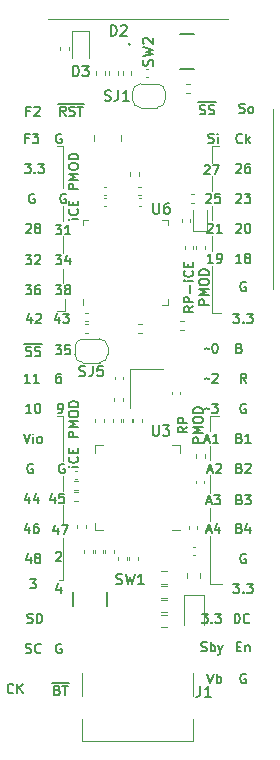
<source format=gbr>
G04 #@! TF.GenerationSoftware,KiCad,Pcbnew,(6.0.5)*
G04 #@! TF.CreationDate,2022-10-28T12:11:28-07:00*
G04 #@! TF.ProjectId,pico-ice,7069636f-2d69-4636-952e-6b696361645f,REV1*
G04 #@! TF.SameCoordinates,Original*
G04 #@! TF.FileFunction,Legend,Top*
G04 #@! TF.FilePolarity,Positive*
%FSLAX46Y46*%
G04 Gerber Fmt 4.6, Leading zero omitted, Abs format (unit mm)*
G04 Created by KiCad (PCBNEW (6.0.5)) date 2022-10-28 12:11:28*
%MOMM*%
%LPD*%
G01*
G04 APERTURE LIST*
%ADD10C,0.120000*%
%ADD11C,0.150000*%
%ADD12C,0.127000*%
%ADD13C,0.200000*%
G04 APERTURE END LIST*
D10*
X78648718Y-87003071D02*
X78648718Y-88273071D01*
X65694718Y-121166071D02*
X66075718Y-121166071D01*
X66075718Y-121166071D02*
X66075718Y-117610071D01*
X65567718Y-98433071D02*
X66202718Y-98433071D01*
X66075718Y-92083071D02*
X66075718Y-93480071D01*
X79283718Y-107323071D02*
X78521718Y-107323071D01*
X78521718Y-117483071D02*
X78521718Y-121547071D01*
X66075718Y-89543071D02*
X66075718Y-90813071D01*
X83820000Y-96520000D02*
X83820000Y-81280000D01*
X78521718Y-121547071D02*
X79537718Y-121547071D01*
X66075718Y-111133071D02*
X66075718Y-107323071D01*
X66075718Y-84463071D02*
X66075718Y-88019071D01*
X66202718Y-98433071D02*
X66202718Y-97417071D01*
X65567718Y-84463071D02*
X66075718Y-84463071D01*
X78648718Y-84463071D02*
X78648718Y-85860071D01*
X78648718Y-98560071D02*
X79410718Y-98560071D01*
X79283718Y-84463071D02*
X78648718Y-84463071D01*
X66075718Y-116340071D02*
X66075718Y-114816071D01*
X78648718Y-94623071D02*
X78648718Y-98560071D01*
X78521718Y-107323071D02*
X78521718Y-108593071D01*
X78521718Y-115070071D02*
X78521718Y-116213071D01*
X78521718Y-109863071D02*
X78521718Y-111006071D01*
X64770000Y-73660000D02*
X80010000Y-73660000D01*
X66075718Y-107323071D02*
X65567718Y-107323071D01*
X78648718Y-92083071D02*
X78648718Y-93353071D01*
X66075718Y-113673071D02*
X66075718Y-112403071D01*
X66075718Y-96020071D02*
X66075718Y-94877071D01*
X78521718Y-112276071D02*
X78521718Y-113800071D01*
X78648718Y-89543071D02*
X78648718Y-90686071D01*
D11*
X65720146Y-98896642D02*
X65720146Y-99429975D01*
X65529670Y-98591880D02*
X65339194Y-99163309D01*
X65834432Y-99163309D01*
X66063003Y-98629975D02*
X66558241Y-98629975D01*
X66291575Y-98934737D01*
X66405860Y-98934737D01*
X66482051Y-98972832D01*
X66520146Y-99010928D01*
X66558241Y-99087118D01*
X66558241Y-99277594D01*
X66520146Y-99353785D01*
X66482051Y-99391880D01*
X66405860Y-99429975D01*
X66177289Y-99429975D01*
X66101098Y-99391880D01*
X66063003Y-99353785D01*
X80979241Y-81611880D02*
X81093527Y-81649975D01*
X81284003Y-81649975D01*
X81360194Y-81611880D01*
X81398289Y-81573785D01*
X81436384Y-81497594D01*
X81436384Y-81421404D01*
X81398289Y-81345213D01*
X81360194Y-81307118D01*
X81284003Y-81269023D01*
X81131622Y-81230928D01*
X81055432Y-81192832D01*
X81017337Y-81154737D01*
X80979241Y-81078547D01*
X80979241Y-81002356D01*
X81017337Y-80926166D01*
X81055432Y-80888071D01*
X81131622Y-80849975D01*
X81322098Y-80849975D01*
X81436384Y-80888071D01*
X81893527Y-81649975D02*
X81817337Y-81611880D01*
X81779241Y-81573785D01*
X81741146Y-81497594D01*
X81741146Y-81269023D01*
X81779241Y-81192832D01*
X81817337Y-81154737D01*
X81893527Y-81116642D01*
X82007813Y-81116642D01*
X82084003Y-81154737D01*
X82122098Y-81192832D01*
X82160194Y-81269023D01*
X82160194Y-81497594D01*
X82122098Y-81573785D01*
X82084003Y-81611880D01*
X82007813Y-81649975D01*
X81893527Y-81649975D01*
X65116956Y-129900071D02*
X65916956Y-129900071D01*
X65574098Y-130506928D02*
X65688384Y-130545023D01*
X65726479Y-130583118D01*
X65764575Y-130659309D01*
X65764575Y-130773594D01*
X65726479Y-130849785D01*
X65688384Y-130887880D01*
X65612194Y-130925975D01*
X65307432Y-130925975D01*
X65307432Y-130125975D01*
X65574098Y-130125975D01*
X65650289Y-130164071D01*
X65688384Y-130202166D01*
X65726479Y-130278356D01*
X65726479Y-130354547D01*
X65688384Y-130430737D01*
X65650289Y-130468832D01*
X65574098Y-130506928D01*
X65307432Y-130506928D01*
X65916956Y-129900071D02*
X66526479Y-129900071D01*
X65993146Y-130125975D02*
X66450289Y-130125975D01*
X66221718Y-130925975D02*
X66221718Y-130125975D01*
X63383337Y-107049975D02*
X62926194Y-107049975D01*
X63154765Y-107049975D02*
X63154765Y-106249975D01*
X63078575Y-106364261D01*
X63002384Y-106440451D01*
X62926194Y-106478547D01*
X63878575Y-106249975D02*
X63954765Y-106249975D01*
X64030956Y-106288071D01*
X64069051Y-106326166D01*
X64107146Y-106402356D01*
X64145241Y-106554737D01*
X64145241Y-106745213D01*
X64107146Y-106897594D01*
X64069051Y-106973785D01*
X64030956Y-107011880D01*
X63954765Y-107049975D01*
X63878575Y-107049975D01*
X63802384Y-107011880D01*
X63764289Y-106973785D01*
X63726194Y-106897594D01*
X63688098Y-106745213D01*
X63688098Y-106554737D01*
X63726194Y-106402356D01*
X63764289Y-106326166D01*
X63802384Y-106288071D01*
X63878575Y-106249975D01*
X63370646Y-98896642D02*
X63370646Y-99429975D01*
X63180170Y-98591880D02*
X62989694Y-99163309D01*
X63484932Y-99163309D01*
X63751598Y-98706166D02*
X63789694Y-98668071D01*
X63865884Y-98629975D01*
X64056360Y-98629975D01*
X64132551Y-98668071D01*
X64170646Y-98706166D01*
X64208741Y-98782356D01*
X64208741Y-98858547D01*
X64170646Y-98972832D01*
X63713503Y-99429975D01*
X64208741Y-99429975D01*
X63256337Y-104509975D02*
X62799194Y-104509975D01*
X63027765Y-104509975D02*
X63027765Y-103709975D01*
X62951575Y-103824261D01*
X62875384Y-103900451D01*
X62799194Y-103938547D01*
X64018241Y-104509975D02*
X63561098Y-104509975D01*
X63789670Y-104509975D02*
X63789670Y-103709975D01*
X63713479Y-103824261D01*
X63637289Y-103900451D01*
X63561098Y-103938547D01*
X63034146Y-124791880D02*
X63148432Y-124829975D01*
X63338908Y-124829975D01*
X63415098Y-124791880D01*
X63453194Y-124753785D01*
X63491289Y-124677594D01*
X63491289Y-124601404D01*
X63453194Y-124525213D01*
X63415098Y-124487118D01*
X63338908Y-124449023D01*
X63186527Y-124410928D01*
X63110337Y-124372832D01*
X63072241Y-124334737D01*
X63034146Y-124258547D01*
X63034146Y-124182356D01*
X63072241Y-124106166D01*
X63110337Y-124068071D01*
X63186527Y-124029975D01*
X63377003Y-124029975D01*
X63491289Y-124068071D01*
X63834146Y-124829975D02*
X63834146Y-124029975D01*
X64024622Y-124029975D01*
X64138908Y-124068071D01*
X64215098Y-124144261D01*
X64253194Y-124220451D01*
X64291289Y-124372832D01*
X64291289Y-124487118D01*
X64253194Y-124639499D01*
X64215098Y-124715690D01*
X64138908Y-124791880D01*
X64024622Y-124829975D01*
X63834146Y-124829975D01*
X65428098Y-96216975D02*
X65923337Y-96216975D01*
X65656670Y-96521737D01*
X65770956Y-96521737D01*
X65847146Y-96559832D01*
X65885241Y-96597928D01*
X65923337Y-96674118D01*
X65923337Y-96864594D01*
X65885241Y-96940785D01*
X65847146Y-96978880D01*
X65770956Y-97016975D01*
X65542384Y-97016975D01*
X65466194Y-96978880D01*
X65428098Y-96940785D01*
X66380479Y-96559832D02*
X66304289Y-96521737D01*
X66266194Y-96483642D01*
X66228098Y-96407451D01*
X66228098Y-96369356D01*
X66266194Y-96293166D01*
X66304289Y-96255071D01*
X66380479Y-96216975D01*
X66532860Y-96216975D01*
X66609051Y-96255071D01*
X66647146Y-96293166D01*
X66685241Y-96369356D01*
X66685241Y-96407451D01*
X66647146Y-96483642D01*
X66609051Y-96521737D01*
X66532860Y-96559832D01*
X66380479Y-96559832D01*
X66304289Y-96597928D01*
X66266194Y-96636023D01*
X66228098Y-96712213D01*
X66228098Y-96864594D01*
X66266194Y-96940785D01*
X66304289Y-96978880D01*
X66380479Y-97016975D01*
X66532860Y-97016975D01*
X66609051Y-96978880D01*
X66647146Y-96940785D01*
X66685241Y-96864594D01*
X66685241Y-96712213D01*
X66647146Y-96636023D01*
X66609051Y-96597928D01*
X66532860Y-96559832D01*
X78331289Y-111901404D02*
X78712241Y-111901404D01*
X78255098Y-112129975D02*
X78521765Y-111329975D01*
X78788432Y-112129975D01*
X79017003Y-111406166D02*
X79055098Y-111368071D01*
X79131289Y-111329975D01*
X79321765Y-111329975D01*
X79397956Y-111368071D01*
X79436051Y-111406166D01*
X79474146Y-111482356D01*
X79474146Y-111558547D01*
X79436051Y-111672832D01*
X78978908Y-112129975D01*
X79474146Y-112129975D01*
X81239527Y-84113785D02*
X81201432Y-84151880D01*
X81087146Y-84189975D01*
X81010956Y-84189975D01*
X80896670Y-84151880D01*
X80820479Y-84075690D01*
X80782384Y-83999499D01*
X80744289Y-83847118D01*
X80744289Y-83732832D01*
X80782384Y-83580451D01*
X80820479Y-83504261D01*
X80896670Y-83428071D01*
X81010956Y-83389975D01*
X81087146Y-83389975D01*
X81201432Y-83428071D01*
X81239527Y-83466166D01*
X81582384Y-84189975D02*
X81582384Y-83389975D01*
X81658575Y-83885213D02*
X81887146Y-84189975D01*
X81887146Y-83656642D02*
X81582384Y-83961404D01*
X66285241Y-88508071D02*
X66209051Y-88469975D01*
X66094765Y-88469975D01*
X65980479Y-88508071D01*
X65904289Y-88584261D01*
X65866194Y-88660451D01*
X65828098Y-88812832D01*
X65828098Y-88927118D01*
X65866194Y-89079499D01*
X65904289Y-89155690D01*
X65980479Y-89231880D01*
X66094765Y-89269975D01*
X66170956Y-89269975D01*
X66285241Y-89231880D01*
X66323337Y-89193785D01*
X66323337Y-88927118D01*
X66170956Y-88927118D01*
X62888098Y-93676975D02*
X63383337Y-93676975D01*
X63116670Y-93981737D01*
X63230956Y-93981737D01*
X63307146Y-94019832D01*
X63345241Y-94057928D01*
X63383337Y-94134118D01*
X63383337Y-94324594D01*
X63345241Y-94400785D01*
X63307146Y-94438880D01*
X63230956Y-94476975D01*
X63002384Y-94476975D01*
X62926194Y-94438880D01*
X62888098Y-94400785D01*
X63688098Y-93753166D02*
X63726194Y-93715071D01*
X63802384Y-93676975D01*
X63992860Y-93676975D01*
X64069051Y-93715071D01*
X64107146Y-93753166D01*
X64145241Y-93829356D01*
X64145241Y-93905547D01*
X64107146Y-94019832D01*
X63650003Y-94476975D01*
X64145241Y-94476975D01*
X77810622Y-124029975D02*
X78305860Y-124029975D01*
X78039194Y-124334737D01*
X78153479Y-124334737D01*
X78229670Y-124372832D01*
X78267765Y-124410928D01*
X78305860Y-124487118D01*
X78305860Y-124677594D01*
X78267765Y-124753785D01*
X78229670Y-124791880D01*
X78153479Y-124829975D01*
X77924908Y-124829975D01*
X77848718Y-124791880D01*
X77810622Y-124753785D01*
X78648718Y-124753785D02*
X78686813Y-124791880D01*
X78648718Y-124829975D01*
X78610622Y-124791880D01*
X78648718Y-124753785D01*
X78648718Y-124829975D01*
X78953479Y-124029975D02*
X79448718Y-124029975D01*
X79182051Y-124334737D01*
X79296337Y-124334737D01*
X79372527Y-124372832D01*
X79410622Y-124410928D01*
X79448718Y-124487118D01*
X79448718Y-124677594D01*
X79410622Y-124753785D01*
X79372527Y-124791880D01*
X79296337Y-124829975D01*
X79067765Y-124829975D01*
X78991575Y-124791880D01*
X78953479Y-124753785D01*
X80706194Y-88546166D02*
X80744289Y-88508071D01*
X80820479Y-88469975D01*
X81010956Y-88469975D01*
X81087146Y-88508071D01*
X81125241Y-88546166D01*
X81163337Y-88622356D01*
X81163337Y-88698547D01*
X81125241Y-88812832D01*
X80668098Y-89269975D01*
X81163337Y-89269975D01*
X81430003Y-88469975D02*
X81925241Y-88469975D01*
X81658575Y-88774737D01*
X81772860Y-88774737D01*
X81849051Y-88812832D01*
X81887146Y-88850928D01*
X81925241Y-88927118D01*
X81925241Y-89117594D01*
X81887146Y-89193785D01*
X81849051Y-89231880D01*
X81772860Y-89269975D01*
X81544289Y-89269975D01*
X81468098Y-89231880D01*
X81430003Y-89193785D01*
X77096622Y-98001071D02*
X76715670Y-98267737D01*
X77096622Y-98458213D02*
X76296622Y-98458213D01*
X76296622Y-98153451D01*
X76334718Y-98077261D01*
X76372813Y-98039166D01*
X76449003Y-98001071D01*
X76563289Y-98001071D01*
X76639479Y-98039166D01*
X76677575Y-98077261D01*
X76715670Y-98153451D01*
X76715670Y-98458213D01*
X77096622Y-97658213D02*
X76296622Y-97658213D01*
X76296622Y-97353451D01*
X76334718Y-97277261D01*
X76372813Y-97239166D01*
X76449003Y-97201071D01*
X76563289Y-97201071D01*
X76639479Y-97239166D01*
X76677575Y-97277261D01*
X76715670Y-97353451D01*
X76715670Y-97658213D01*
X76791860Y-96858213D02*
X76791860Y-96248690D01*
X77096622Y-95867737D02*
X76563289Y-95867737D01*
X76296622Y-95867737D02*
X76334718Y-95905832D01*
X76372813Y-95867737D01*
X76334718Y-95829642D01*
X76296622Y-95867737D01*
X76372813Y-95867737D01*
X77020432Y-95029642D02*
X77058527Y-95067737D01*
X77096622Y-95182023D01*
X77096622Y-95258213D01*
X77058527Y-95372499D01*
X76982337Y-95448690D01*
X76906146Y-95486785D01*
X76753765Y-95524880D01*
X76639479Y-95524880D01*
X76487098Y-95486785D01*
X76410908Y-95448690D01*
X76334718Y-95372499D01*
X76296622Y-95258213D01*
X76296622Y-95182023D01*
X76334718Y-95067737D01*
X76372813Y-95029642D01*
X76677575Y-94686785D02*
X76677575Y-94420118D01*
X77096622Y-94305832D02*
X77096622Y-94686785D01*
X76296622Y-94686785D01*
X76296622Y-94305832D01*
X78384622Y-97886785D02*
X77584622Y-97886785D01*
X77584622Y-97582023D01*
X77622718Y-97505832D01*
X77660813Y-97467737D01*
X77737003Y-97429642D01*
X77851289Y-97429642D01*
X77927479Y-97467737D01*
X77965575Y-97505832D01*
X78003670Y-97582023D01*
X78003670Y-97886785D01*
X78384622Y-97086785D02*
X77584622Y-97086785D01*
X78156051Y-96820118D01*
X77584622Y-96553451D01*
X78384622Y-96553451D01*
X77584622Y-96020118D02*
X77584622Y-95867737D01*
X77622718Y-95791547D01*
X77698908Y-95715356D01*
X77851289Y-95677261D01*
X78117956Y-95677261D01*
X78270337Y-95715356D01*
X78346527Y-95791547D01*
X78384622Y-95867737D01*
X78384622Y-96020118D01*
X78346527Y-96096309D01*
X78270337Y-96172499D01*
X78117956Y-96210594D01*
X77851289Y-96210594D01*
X77698908Y-96172499D01*
X77622718Y-96096309D01*
X77584622Y-96020118D01*
X78384622Y-95334404D02*
X77584622Y-95334404D01*
X77584622Y-95143928D01*
X77622718Y-95029642D01*
X77698908Y-94953451D01*
X77775098Y-94915356D01*
X77927479Y-94877261D01*
X78041765Y-94877261D01*
X78194146Y-94915356D01*
X78270337Y-94953451D01*
X78346527Y-95029642D01*
X78384622Y-95143928D01*
X78384622Y-95334404D01*
X80991908Y-109170928D02*
X81106194Y-109209023D01*
X81144289Y-109247118D01*
X81182384Y-109323309D01*
X81182384Y-109437594D01*
X81144289Y-109513785D01*
X81106194Y-109551880D01*
X81030003Y-109589975D01*
X80725241Y-109589975D01*
X80725241Y-108789975D01*
X80991908Y-108789975D01*
X81068098Y-108828071D01*
X81106194Y-108866166D01*
X81144289Y-108942356D01*
X81144289Y-109018547D01*
X81106194Y-109094737D01*
X81068098Y-109132832D01*
X80991908Y-109170928D01*
X80725241Y-109170928D01*
X81944289Y-109589975D02*
X81487146Y-109589975D01*
X81715718Y-109589975D02*
X81715718Y-108789975D01*
X81639527Y-108904261D01*
X81563337Y-108980451D01*
X81487146Y-109018547D01*
X78204289Y-116981404D02*
X78585241Y-116981404D01*
X78128098Y-117209975D02*
X78394765Y-116409975D01*
X78661432Y-117209975D01*
X79270956Y-116676642D02*
X79270956Y-117209975D01*
X79080479Y-116371880D02*
X78890003Y-116943309D01*
X79385241Y-116943309D01*
X78356670Y-84151880D02*
X78470956Y-84189975D01*
X78661432Y-84189975D01*
X78737622Y-84151880D01*
X78775718Y-84113785D01*
X78813813Y-84037594D01*
X78813813Y-83961404D01*
X78775718Y-83885213D01*
X78737622Y-83847118D01*
X78661432Y-83809023D01*
X78509051Y-83770928D01*
X78432860Y-83732832D01*
X78394765Y-83694737D01*
X78356670Y-83618547D01*
X78356670Y-83542356D01*
X78394765Y-83466166D01*
X78432860Y-83428071D01*
X78509051Y-83389975D01*
X78699527Y-83389975D01*
X78813813Y-83428071D01*
X79156670Y-84189975D02*
X79156670Y-83656642D01*
X79156670Y-83389975D02*
X79118575Y-83428071D01*
X79156670Y-83466166D01*
X79194765Y-83428071D01*
X79156670Y-83389975D01*
X79156670Y-83466166D01*
X63491241Y-111368071D02*
X63415051Y-111329975D01*
X63300765Y-111329975D01*
X63186479Y-111368071D01*
X63110289Y-111444261D01*
X63072194Y-111520451D01*
X63034098Y-111672832D01*
X63034098Y-111787118D01*
X63072194Y-111939499D01*
X63110289Y-112015690D01*
X63186479Y-112091880D01*
X63300765Y-112129975D01*
X63376956Y-112129975D01*
X63491241Y-112091880D01*
X63529337Y-112053785D01*
X63529337Y-111787118D01*
X63376956Y-111787118D01*
X62773813Y-101198071D02*
X63535718Y-101198071D01*
X62926194Y-102185880D02*
X63040479Y-102223975D01*
X63230956Y-102223975D01*
X63307146Y-102185880D01*
X63345241Y-102147785D01*
X63383337Y-102071594D01*
X63383337Y-101995404D01*
X63345241Y-101919213D01*
X63307146Y-101881118D01*
X63230956Y-101843023D01*
X63078575Y-101804928D01*
X63002384Y-101766832D01*
X62964289Y-101728737D01*
X62926194Y-101652547D01*
X62926194Y-101576356D01*
X62964289Y-101500166D01*
X63002384Y-101462071D01*
X63078575Y-101423975D01*
X63269051Y-101423975D01*
X63383337Y-101462071D01*
X63535718Y-101198071D02*
X64297622Y-101198071D01*
X63688098Y-102185880D02*
X63802384Y-102223975D01*
X63992860Y-102223975D01*
X64069051Y-102185880D01*
X64107146Y-102147785D01*
X64145241Y-102071594D01*
X64145241Y-101995404D01*
X64107146Y-101919213D01*
X64069051Y-101881118D01*
X63992860Y-101843023D01*
X63840479Y-101804928D01*
X63764289Y-101766832D01*
X63726194Y-101728737D01*
X63688098Y-101652547D01*
X63688098Y-101576356D01*
X63726194Y-101500166D01*
X63764289Y-101462071D01*
X63840479Y-101423975D01*
X64030956Y-101423975D01*
X64145241Y-101462071D01*
X65593146Y-116803642D02*
X65593146Y-117336975D01*
X65402670Y-116498880D02*
X65212194Y-117070309D01*
X65707432Y-117070309D01*
X65936003Y-116536975D02*
X66469337Y-116536975D01*
X66126479Y-117336975D01*
X81525241Y-96001071D02*
X81449051Y-95962975D01*
X81334765Y-95962975D01*
X81220479Y-96001071D01*
X81144289Y-96077261D01*
X81106194Y-96153451D01*
X81068098Y-96305832D01*
X81068098Y-96420118D01*
X81106194Y-96572499D01*
X81144289Y-96648690D01*
X81220479Y-96724880D01*
X81334765Y-96762975D01*
X81410956Y-96762975D01*
X81525241Y-96724880D01*
X81563337Y-96686785D01*
X81563337Y-96420118D01*
X81410956Y-96420118D01*
X65625003Y-80878071D02*
X66425003Y-80878071D01*
X66272622Y-81903975D02*
X66005956Y-81523023D01*
X65815479Y-81903975D02*
X65815479Y-81103975D01*
X66120241Y-81103975D01*
X66196432Y-81142071D01*
X66234527Y-81180166D01*
X66272622Y-81256356D01*
X66272622Y-81370642D01*
X66234527Y-81446832D01*
X66196432Y-81484928D01*
X66120241Y-81523023D01*
X65815479Y-81523023D01*
X66425003Y-80878071D02*
X67186908Y-80878071D01*
X66577384Y-81865880D02*
X66691670Y-81903975D01*
X66882146Y-81903975D01*
X66958337Y-81865880D01*
X66996432Y-81827785D01*
X67034527Y-81751594D01*
X67034527Y-81675404D01*
X66996432Y-81599213D01*
X66958337Y-81561118D01*
X66882146Y-81523023D01*
X66729765Y-81484928D01*
X66653575Y-81446832D01*
X66615479Y-81408737D01*
X66577384Y-81332547D01*
X66577384Y-81256356D01*
X66615479Y-81180166D01*
X66653575Y-81142071D01*
X66729765Y-81103975D01*
X66920241Y-81103975D01*
X67034527Y-81142071D01*
X67186908Y-80878071D02*
X67796432Y-80878071D01*
X67263098Y-81103975D02*
X67720241Y-81103975D01*
X67491670Y-81903975D02*
X67491670Y-81103975D01*
X65904241Y-126608071D02*
X65828051Y-126569975D01*
X65713765Y-126569975D01*
X65599479Y-126608071D01*
X65523289Y-126684261D01*
X65485194Y-126760451D01*
X65447098Y-126912832D01*
X65447098Y-127027118D01*
X65485194Y-127179499D01*
X65523289Y-127255690D01*
X65599479Y-127331880D01*
X65713765Y-127369975D01*
X65789956Y-127369975D01*
X65904241Y-127331880D01*
X65942337Y-127293785D01*
X65942337Y-127027118D01*
X65789956Y-127027118D01*
X66158241Y-111368071D02*
X66082051Y-111329975D01*
X65967765Y-111329975D01*
X65853479Y-111368071D01*
X65777289Y-111444261D01*
X65739194Y-111520451D01*
X65701098Y-111672832D01*
X65701098Y-111787118D01*
X65739194Y-111939499D01*
X65777289Y-112015690D01*
X65853479Y-112091880D01*
X65967765Y-112129975D01*
X66043956Y-112129975D01*
X66158241Y-112091880D01*
X66196337Y-112053785D01*
X66196337Y-111787118D01*
X66043956Y-111787118D01*
X63307146Y-119216642D02*
X63307146Y-119749975D01*
X63116670Y-118911880D02*
X62926194Y-119483309D01*
X63421432Y-119483309D01*
X63840479Y-119292832D02*
X63764289Y-119254737D01*
X63726194Y-119216642D01*
X63688098Y-119140451D01*
X63688098Y-119102356D01*
X63726194Y-119026166D01*
X63764289Y-118988071D01*
X63840479Y-118949975D01*
X63992860Y-118949975D01*
X64069051Y-118988071D01*
X64107146Y-119026166D01*
X64145241Y-119102356D01*
X64145241Y-119140451D01*
X64107146Y-119216642D01*
X64069051Y-119254737D01*
X63992860Y-119292832D01*
X63840479Y-119292832D01*
X63764289Y-119330928D01*
X63726194Y-119369023D01*
X63688098Y-119445213D01*
X63688098Y-119597594D01*
X63726194Y-119673785D01*
X63764289Y-119711880D01*
X63840479Y-119749975D01*
X63992860Y-119749975D01*
X64069051Y-119711880D01*
X64107146Y-119673785D01*
X64145241Y-119597594D01*
X64145241Y-119445213D01*
X64107146Y-119369023D01*
X64069051Y-119330928D01*
X63992860Y-119292832D01*
X78293194Y-91086166D02*
X78331289Y-91048071D01*
X78407479Y-91009975D01*
X78597956Y-91009975D01*
X78674146Y-91048071D01*
X78712241Y-91086166D01*
X78750337Y-91162356D01*
X78750337Y-91238547D01*
X78712241Y-91352832D01*
X78255098Y-91809975D01*
X78750337Y-91809975D01*
X79512241Y-91809975D02*
X79055098Y-91809975D01*
X79283670Y-91809975D02*
X79283670Y-91009975D01*
X79207479Y-91124261D01*
X79131289Y-91200451D01*
X79055098Y-91238547D01*
X62926194Y-91086166D02*
X62964289Y-91048071D01*
X63040479Y-91009975D01*
X63230956Y-91009975D01*
X63307146Y-91048071D01*
X63345241Y-91086166D01*
X63383337Y-91162356D01*
X63383337Y-91238547D01*
X63345241Y-91352832D01*
X62888098Y-91809975D01*
X63383337Y-91809975D01*
X63840479Y-91352832D02*
X63764289Y-91314737D01*
X63726194Y-91276642D01*
X63688098Y-91200451D01*
X63688098Y-91162356D01*
X63726194Y-91086166D01*
X63764289Y-91048071D01*
X63840479Y-91009975D01*
X63992860Y-91009975D01*
X64069051Y-91048071D01*
X64107146Y-91086166D01*
X64145241Y-91162356D01*
X64145241Y-91200451D01*
X64107146Y-91276642D01*
X64069051Y-91314737D01*
X63992860Y-91352832D01*
X63840479Y-91352832D01*
X63764289Y-91390928D01*
X63726194Y-91429023D01*
X63688098Y-91505213D01*
X63688098Y-91657594D01*
X63726194Y-91733785D01*
X63764289Y-91771880D01*
X63840479Y-91809975D01*
X63992860Y-91809975D01*
X64069051Y-91771880D01*
X64107146Y-91733785D01*
X64145241Y-91657594D01*
X64145241Y-91505213D01*
X64107146Y-91429023D01*
X64069051Y-91390928D01*
X63992860Y-91352832D01*
X78274146Y-129109975D02*
X78540813Y-129909975D01*
X78807479Y-129109975D01*
X79074146Y-129909975D02*
X79074146Y-129109975D01*
X79074146Y-129414737D02*
X79150337Y-129376642D01*
X79302718Y-129376642D01*
X79378908Y-129414737D01*
X79417003Y-129452832D01*
X79455098Y-129529023D01*
X79455098Y-129757594D01*
X79417003Y-129833785D01*
X79378908Y-129871880D01*
X79302718Y-129909975D01*
X79150337Y-129909975D01*
X79074146Y-129871880D01*
X78077289Y-109361404D02*
X78458241Y-109361404D01*
X78001098Y-109589975D02*
X78267765Y-108789975D01*
X78534432Y-109589975D01*
X79220146Y-109589975D02*
X78763003Y-109589975D01*
X78991575Y-109589975D02*
X78991575Y-108789975D01*
X78915384Y-108904261D01*
X78839194Y-108980451D01*
X78763003Y-109018547D01*
X63269051Y-121108975D02*
X63764289Y-121108975D01*
X63497622Y-121413737D01*
X63611908Y-121413737D01*
X63688098Y-121451832D01*
X63726194Y-121489928D01*
X63764289Y-121566118D01*
X63764289Y-121756594D01*
X63726194Y-121832785D01*
X63688098Y-121870880D01*
X63611908Y-121908975D01*
X63383337Y-121908975D01*
X63307146Y-121870880D01*
X63269051Y-121832785D01*
X65466146Y-118899166D02*
X65504241Y-118861071D01*
X65580432Y-118822975D01*
X65770908Y-118822975D01*
X65847098Y-118861071D01*
X65885194Y-118899166D01*
X65923289Y-118975356D01*
X65923289Y-119051547D01*
X65885194Y-119165832D01*
X65428051Y-119622975D01*
X65923289Y-119622975D01*
X65428098Y-93676975D02*
X65923337Y-93676975D01*
X65656670Y-93981737D01*
X65770956Y-93981737D01*
X65847146Y-94019832D01*
X65885241Y-94057928D01*
X65923337Y-94134118D01*
X65923337Y-94324594D01*
X65885241Y-94400785D01*
X65847146Y-94438880D01*
X65770956Y-94476975D01*
X65542384Y-94476975D01*
X65466194Y-94438880D01*
X65428098Y-94400785D01*
X66609051Y-93943642D02*
X66609051Y-94476975D01*
X66418575Y-93638880D02*
X66228098Y-94210309D01*
X66723337Y-94210309D01*
X78166194Y-88546166D02*
X78204289Y-88508071D01*
X78280479Y-88469975D01*
X78470956Y-88469975D01*
X78547146Y-88508071D01*
X78585241Y-88546166D01*
X78623337Y-88622356D01*
X78623337Y-88698547D01*
X78585241Y-88812832D01*
X78128098Y-89269975D01*
X78623337Y-89269975D01*
X79347146Y-88469975D02*
X78966194Y-88469975D01*
X78928098Y-88850928D01*
X78966194Y-88812832D01*
X79042384Y-88774737D01*
X79232860Y-88774737D01*
X79309051Y-88812832D01*
X79347146Y-88850928D01*
X79385241Y-88927118D01*
X79385241Y-89117594D01*
X79347146Y-89193785D01*
X79309051Y-89231880D01*
X79232860Y-89269975D01*
X79042384Y-89269975D01*
X78966194Y-89231880D01*
X78928098Y-89193785D01*
X67326622Y-90634928D02*
X66793289Y-90634928D01*
X66526622Y-90634928D02*
X66564718Y-90673023D01*
X66602813Y-90634928D01*
X66564718Y-90596832D01*
X66526622Y-90634928D01*
X66602813Y-90634928D01*
X67250432Y-89796832D02*
X67288527Y-89834928D01*
X67326622Y-89949213D01*
X67326622Y-90025404D01*
X67288527Y-90139690D01*
X67212337Y-90215880D01*
X67136146Y-90253975D01*
X66983765Y-90292071D01*
X66869479Y-90292071D01*
X66717098Y-90253975D01*
X66640908Y-90215880D01*
X66564718Y-90139690D01*
X66526622Y-90025404D01*
X66526622Y-89949213D01*
X66564718Y-89834928D01*
X66602813Y-89796832D01*
X66907575Y-89453975D02*
X66907575Y-89187309D01*
X67326622Y-89073023D02*
X67326622Y-89453975D01*
X66526622Y-89453975D01*
X66526622Y-89073023D01*
X67326622Y-88120642D02*
X66526622Y-88120642D01*
X66526622Y-87815880D01*
X66564718Y-87739690D01*
X66602813Y-87701594D01*
X66679003Y-87663499D01*
X66793289Y-87663499D01*
X66869479Y-87701594D01*
X66907575Y-87739690D01*
X66945670Y-87815880D01*
X66945670Y-88120642D01*
X67326622Y-87320642D02*
X66526622Y-87320642D01*
X67098051Y-87053975D01*
X66526622Y-86787309D01*
X67326622Y-86787309D01*
X66526622Y-86253975D02*
X66526622Y-86101594D01*
X66564718Y-86025404D01*
X66640908Y-85949213D01*
X66793289Y-85911118D01*
X67059956Y-85911118D01*
X67212337Y-85949213D01*
X67288527Y-86025404D01*
X67326622Y-86101594D01*
X67326622Y-86253975D01*
X67288527Y-86330166D01*
X67212337Y-86406356D01*
X67059956Y-86444451D01*
X66793289Y-86444451D01*
X66640908Y-86406356D01*
X66564718Y-86330166D01*
X66526622Y-86253975D01*
X67326622Y-85568261D02*
X66526622Y-85568261D01*
X66526622Y-85377785D01*
X66564718Y-85263499D01*
X66640908Y-85187309D01*
X66717098Y-85149213D01*
X66869479Y-85111118D01*
X66983765Y-85111118D01*
X67136146Y-85149213D01*
X67212337Y-85187309D01*
X67288527Y-85263499D01*
X67326622Y-85377785D01*
X67326622Y-85568261D01*
X78204289Y-114568404D02*
X78585241Y-114568404D01*
X78128098Y-114796975D02*
X78394765Y-113996975D01*
X78661432Y-114796975D01*
X78851908Y-113996975D02*
X79347146Y-113996975D01*
X79080479Y-114301737D01*
X79194765Y-114301737D01*
X79270956Y-114339832D01*
X79309051Y-114377928D01*
X79347146Y-114454118D01*
X79347146Y-114644594D01*
X79309051Y-114720785D01*
X79270956Y-114758880D01*
X79194765Y-114796975D01*
X78966194Y-114796975D01*
X78890003Y-114758880D01*
X78851908Y-114720785D01*
X65428098Y-101296975D02*
X65923337Y-101296975D01*
X65656670Y-101601737D01*
X65770956Y-101601737D01*
X65847146Y-101639832D01*
X65885241Y-101677928D01*
X65923337Y-101754118D01*
X65923337Y-101944594D01*
X65885241Y-102020785D01*
X65847146Y-102058880D01*
X65770956Y-102096975D01*
X65542384Y-102096975D01*
X65466194Y-102058880D01*
X65428098Y-102020785D01*
X66647146Y-101296975D02*
X66266194Y-101296975D01*
X66228098Y-101677928D01*
X66266194Y-101639832D01*
X66342384Y-101601737D01*
X66532860Y-101601737D01*
X66609051Y-101639832D01*
X66647146Y-101677928D01*
X66685241Y-101754118D01*
X66685241Y-101944594D01*
X66647146Y-102020785D01*
X66609051Y-102058880D01*
X66532860Y-102096975D01*
X66342384Y-102096975D01*
X66266194Y-102058880D01*
X66228098Y-102020785D01*
X81525241Y-106288071D02*
X81449051Y-106249975D01*
X81334765Y-106249975D01*
X81220479Y-106288071D01*
X81144289Y-106364261D01*
X81106194Y-106440451D01*
X81068098Y-106592832D01*
X81068098Y-106707118D01*
X81106194Y-106859499D01*
X81144289Y-106935690D01*
X81220479Y-107011880D01*
X81334765Y-107049975D01*
X81410956Y-107049975D01*
X81525241Y-107011880D01*
X81563337Y-106973785D01*
X81563337Y-106707118D01*
X81410956Y-106707118D01*
X63180146Y-116676642D02*
X63180146Y-117209975D01*
X62989670Y-116371880D02*
X62799194Y-116943309D01*
X63294432Y-116943309D01*
X63942051Y-116409975D02*
X63789670Y-116409975D01*
X63713479Y-116448071D01*
X63675384Y-116486166D01*
X63599194Y-116600451D01*
X63561098Y-116752832D01*
X63561098Y-117057594D01*
X63599194Y-117133785D01*
X63637289Y-117171880D01*
X63713479Y-117209975D01*
X63865860Y-117209975D01*
X63942051Y-117171880D01*
X63980146Y-117133785D01*
X64018241Y-117057594D01*
X64018241Y-116867118D01*
X63980146Y-116790928D01*
X63942051Y-116752832D01*
X63865860Y-116714737D01*
X63713479Y-116714737D01*
X63637289Y-116752832D01*
X63599194Y-116790928D01*
X63561098Y-116867118D01*
X81563337Y-104509975D02*
X81296670Y-104129023D01*
X81106194Y-104509975D02*
X81106194Y-103709975D01*
X81410956Y-103709975D01*
X81487146Y-103748071D01*
X81525241Y-103786166D01*
X81563337Y-103862356D01*
X81563337Y-103976642D01*
X81525241Y-104052832D01*
X81487146Y-104090928D01*
X81410956Y-104129023D01*
X81106194Y-104129023D01*
X80706194Y-86006166D02*
X80744289Y-85968071D01*
X80820479Y-85929975D01*
X81010956Y-85929975D01*
X81087146Y-85968071D01*
X81125241Y-86006166D01*
X81163337Y-86082356D01*
X81163337Y-86158547D01*
X81125241Y-86272832D01*
X80668098Y-86729975D01*
X81163337Y-86729975D01*
X81849051Y-85929975D02*
X81696670Y-85929975D01*
X81620479Y-85968071D01*
X81582384Y-86006166D01*
X81506194Y-86120451D01*
X81468098Y-86272832D01*
X81468098Y-86577594D01*
X81506194Y-86653785D01*
X81544289Y-86691880D01*
X81620479Y-86729975D01*
X81772860Y-86729975D01*
X81849051Y-86691880D01*
X81887146Y-86653785D01*
X81925241Y-86577594D01*
X81925241Y-86387118D01*
X81887146Y-86310928D01*
X81849051Y-86272832D01*
X81772860Y-86234737D01*
X81620479Y-86234737D01*
X81544289Y-86272832D01*
X81506194Y-86310928D01*
X81468098Y-86387118D01*
X65904241Y-83428071D02*
X65828051Y-83389975D01*
X65713765Y-83389975D01*
X65599479Y-83428071D01*
X65523289Y-83504261D01*
X65485194Y-83580451D01*
X65447098Y-83732832D01*
X65447098Y-83847118D01*
X65485194Y-83999499D01*
X65523289Y-84075690D01*
X65599479Y-84151880D01*
X65713765Y-84189975D01*
X65789956Y-84189975D01*
X65904241Y-84151880D01*
X65942337Y-84113785D01*
X65942337Y-83847118D01*
X65789956Y-83847118D01*
X77753479Y-127204880D02*
X77867765Y-127242975D01*
X78058241Y-127242975D01*
X78134432Y-127204880D01*
X78172527Y-127166785D01*
X78210622Y-127090594D01*
X78210622Y-127014404D01*
X78172527Y-126938213D01*
X78134432Y-126900118D01*
X78058241Y-126862023D01*
X77905860Y-126823928D01*
X77829670Y-126785832D01*
X77791575Y-126747737D01*
X77753479Y-126671547D01*
X77753479Y-126595356D01*
X77791575Y-126519166D01*
X77829670Y-126481071D01*
X77905860Y-126442975D01*
X78096337Y-126442975D01*
X78210622Y-126481071D01*
X78553479Y-127242975D02*
X78553479Y-126442975D01*
X78553479Y-126747737D02*
X78629670Y-126709642D01*
X78782051Y-126709642D01*
X78858241Y-126747737D01*
X78896337Y-126785832D01*
X78934432Y-126862023D01*
X78934432Y-127090594D01*
X78896337Y-127166785D01*
X78858241Y-127204880D01*
X78782051Y-127242975D01*
X78629670Y-127242975D01*
X78553479Y-127204880D01*
X79201098Y-126709642D02*
X79391575Y-127242975D01*
X79582051Y-126709642D02*
X79391575Y-127242975D01*
X79315384Y-127433451D01*
X79277289Y-127471547D01*
X79201098Y-127509642D01*
X78058241Y-101665213D02*
X78096337Y-101627118D01*
X78172527Y-101589023D01*
X78324908Y-101665213D01*
X78401098Y-101627118D01*
X78439194Y-101589023D01*
X78896337Y-101169975D02*
X78972527Y-101169975D01*
X79048718Y-101208071D01*
X79086813Y-101246166D01*
X79124908Y-101322356D01*
X79163003Y-101474737D01*
X79163003Y-101665213D01*
X79124908Y-101817594D01*
X79086813Y-101893785D01*
X79048718Y-101931880D01*
X78972527Y-101969975D01*
X78896337Y-101969975D01*
X78820146Y-101931880D01*
X78782051Y-101893785D01*
X78743956Y-101817594D01*
X78705860Y-101665213D01*
X78705860Y-101474737D01*
X78743956Y-101322356D01*
X78782051Y-101246166D01*
X78820146Y-101208071D01*
X78896337Y-101169975D01*
X80782384Y-126823928D02*
X81049051Y-126823928D01*
X81163337Y-127242975D02*
X80782384Y-127242975D01*
X80782384Y-126442975D01*
X81163337Y-126442975D01*
X81506194Y-126709642D02*
X81506194Y-127242975D01*
X81506194Y-126785832D02*
X81544289Y-126747737D01*
X81620479Y-126709642D01*
X81734765Y-126709642D01*
X81810956Y-126747737D01*
X81849051Y-126823928D01*
X81849051Y-127242975D01*
X81525241Y-118988071D02*
X81449051Y-118949975D01*
X81334765Y-118949975D01*
X81220479Y-118988071D01*
X81144289Y-119064261D01*
X81106194Y-119140451D01*
X81068098Y-119292832D01*
X81068098Y-119407118D01*
X81106194Y-119559499D01*
X81144289Y-119635690D01*
X81220479Y-119711880D01*
X81334765Y-119749975D01*
X81410956Y-119749975D01*
X81525241Y-119711880D01*
X81563337Y-119673785D01*
X81563337Y-119407118D01*
X81410956Y-119407118D01*
X80579194Y-124829975D02*
X80579194Y-124029975D01*
X80769670Y-124029975D01*
X80883956Y-124068071D01*
X80960146Y-124144261D01*
X80998241Y-124220451D01*
X81036337Y-124372832D01*
X81036337Y-124487118D01*
X80998241Y-124639499D01*
X80960146Y-124715690D01*
X80883956Y-124791880D01*
X80769670Y-124829975D01*
X80579194Y-124829975D01*
X81836337Y-124753785D02*
X81798241Y-124791880D01*
X81683956Y-124829975D01*
X81607765Y-124829975D01*
X81493479Y-124791880D01*
X81417289Y-124715690D01*
X81379194Y-124639499D01*
X81341098Y-124487118D01*
X81341098Y-124372832D01*
X81379194Y-124220451D01*
X81417289Y-124144261D01*
X81493479Y-124068071D01*
X81607765Y-124029975D01*
X81683956Y-124029975D01*
X81798241Y-124068071D01*
X81836337Y-124106166D01*
X63142051Y-83770928D02*
X62875384Y-83770928D01*
X62875384Y-84189975D02*
X62875384Y-83389975D01*
X63256337Y-83389975D01*
X63484908Y-83389975D02*
X63980146Y-83389975D01*
X63713479Y-83694737D01*
X63827765Y-83694737D01*
X63903956Y-83732832D01*
X63942051Y-83770928D01*
X63980146Y-83847118D01*
X63980146Y-84037594D01*
X63942051Y-84113785D01*
X63903956Y-84151880D01*
X63827765Y-84189975D01*
X63599194Y-84189975D01*
X63523003Y-84151880D01*
X63484908Y-84113785D01*
X63618241Y-88508071D02*
X63542051Y-88469975D01*
X63427765Y-88469975D01*
X63313479Y-88508071D01*
X63237289Y-88584261D01*
X63199194Y-88660451D01*
X63161098Y-88812832D01*
X63161098Y-88927118D01*
X63199194Y-89079499D01*
X63237289Y-89155690D01*
X63313479Y-89231880D01*
X63427765Y-89269975D01*
X63503956Y-89269975D01*
X63618241Y-89231880D01*
X63656337Y-89193785D01*
X63656337Y-88927118D01*
X63503956Y-88927118D01*
X65847098Y-103709975D02*
X65694718Y-103709975D01*
X65618527Y-103748071D01*
X65580432Y-103786166D01*
X65504241Y-103900451D01*
X65466146Y-104052832D01*
X65466146Y-104357594D01*
X65504241Y-104433785D01*
X65542337Y-104471880D01*
X65618527Y-104509975D01*
X65770908Y-104509975D01*
X65847098Y-104471880D01*
X65885194Y-104433785D01*
X65923289Y-104357594D01*
X65923289Y-104167118D01*
X65885194Y-104090928D01*
X65847098Y-104052832D01*
X65770908Y-104014737D01*
X65618527Y-104014737D01*
X65542337Y-104052832D01*
X65504241Y-104090928D01*
X65466146Y-104167118D01*
X80991860Y-101550928D02*
X81106146Y-101589023D01*
X81144241Y-101627118D01*
X81182337Y-101703309D01*
X81182337Y-101817594D01*
X81144241Y-101893785D01*
X81106146Y-101931880D01*
X81029956Y-101969975D01*
X80725194Y-101969975D01*
X80725194Y-101169975D01*
X80991860Y-101169975D01*
X81068051Y-101208071D01*
X81106146Y-101246166D01*
X81144241Y-101322356D01*
X81144241Y-101398547D01*
X81106146Y-101474737D01*
X81068051Y-101512832D01*
X80991860Y-101550928D01*
X80725194Y-101550928D01*
X78058241Y-106745213D02*
X78096337Y-106707118D01*
X78172527Y-106669023D01*
X78324908Y-106745213D01*
X78401098Y-106707118D01*
X78439194Y-106669023D01*
X78667765Y-106249975D02*
X79163003Y-106249975D01*
X78896337Y-106554737D01*
X79010622Y-106554737D01*
X79086813Y-106592832D01*
X79124908Y-106630928D01*
X79163003Y-106707118D01*
X79163003Y-106897594D01*
X79124908Y-106973785D01*
X79086813Y-107011880D01*
X79010622Y-107049975D01*
X78782051Y-107049975D01*
X78705860Y-107011880D01*
X78667765Y-106973785D01*
X65339146Y-114136642D02*
X65339146Y-114669975D01*
X65148670Y-113831880D02*
X64958194Y-114403309D01*
X65453432Y-114403309D01*
X66139146Y-113869975D02*
X65758194Y-113869975D01*
X65720098Y-114250928D01*
X65758194Y-114212832D01*
X65834384Y-114174737D01*
X66024860Y-114174737D01*
X66101051Y-114212832D01*
X66139146Y-114250928D01*
X66177241Y-114327118D01*
X66177241Y-114517594D01*
X66139146Y-114593785D01*
X66101051Y-114631880D01*
X66024860Y-114669975D01*
X65834384Y-114669975D01*
X65758194Y-114631880D01*
X65720098Y-114593785D01*
X81525241Y-129148071D02*
X81449051Y-129109975D01*
X81334765Y-129109975D01*
X81220479Y-129148071D01*
X81144289Y-129224261D01*
X81106194Y-129300451D01*
X81068098Y-129452832D01*
X81068098Y-129567118D01*
X81106194Y-129719499D01*
X81144289Y-129795690D01*
X81220479Y-129871880D01*
X81334765Y-129909975D01*
X81410956Y-129909975D01*
X81525241Y-129871880D01*
X81563337Y-129833785D01*
X81563337Y-129567118D01*
X81410956Y-129567118D01*
X78750337Y-94349975D02*
X78293194Y-94349975D01*
X78521765Y-94349975D02*
X78521765Y-93549975D01*
X78445575Y-93664261D01*
X78369384Y-93740451D01*
X78293194Y-93778547D01*
X79131289Y-94349975D02*
X79283670Y-94349975D01*
X79359860Y-94311880D01*
X79397956Y-94273785D01*
X79474146Y-94159499D01*
X79512241Y-94007118D01*
X79512241Y-93702356D01*
X79474146Y-93626166D01*
X79436051Y-93588071D01*
X79359860Y-93549975D01*
X79207479Y-93549975D01*
X79131289Y-93588071D01*
X79093194Y-93626166D01*
X79055098Y-93702356D01*
X79055098Y-93892832D01*
X79093194Y-93969023D01*
X79131289Y-94007118D01*
X79207479Y-94045213D01*
X79359860Y-94045213D01*
X79436051Y-94007118D01*
X79474146Y-93969023D01*
X79512241Y-93892832D01*
X78039194Y-86133166D02*
X78077289Y-86095071D01*
X78153479Y-86056975D01*
X78343956Y-86056975D01*
X78420146Y-86095071D01*
X78458241Y-86133166D01*
X78496337Y-86209356D01*
X78496337Y-86285547D01*
X78458241Y-86399832D01*
X78001098Y-86856975D01*
X78496337Y-86856975D01*
X78763003Y-86056975D02*
X79296337Y-86056975D01*
X78953479Y-86856975D01*
X62888098Y-96216975D02*
X63383337Y-96216975D01*
X63116670Y-96521737D01*
X63230956Y-96521737D01*
X63307146Y-96559832D01*
X63345241Y-96597928D01*
X63383337Y-96674118D01*
X63383337Y-96864594D01*
X63345241Y-96940785D01*
X63307146Y-96978880D01*
X63230956Y-97016975D01*
X63002384Y-97016975D01*
X62926194Y-96978880D01*
X62888098Y-96940785D01*
X64069051Y-96216975D02*
X63916670Y-96216975D01*
X63840479Y-96255071D01*
X63802384Y-96293166D01*
X63726194Y-96407451D01*
X63688098Y-96559832D01*
X63688098Y-96864594D01*
X63726194Y-96940785D01*
X63764289Y-96978880D01*
X63840479Y-97016975D01*
X63992860Y-97016975D01*
X64069051Y-96978880D01*
X64107146Y-96940785D01*
X64145241Y-96864594D01*
X64145241Y-96674118D01*
X64107146Y-96597928D01*
X64069051Y-96559832D01*
X63992860Y-96521737D01*
X63840479Y-96521737D01*
X63764289Y-96559832D01*
X63726194Y-96597928D01*
X63688098Y-96674118D01*
X81163337Y-94349975D02*
X80706194Y-94349975D01*
X80934765Y-94349975D02*
X80934765Y-93549975D01*
X80858575Y-93664261D01*
X80782384Y-93740451D01*
X80706194Y-93778547D01*
X81620479Y-93892832D02*
X81544289Y-93854737D01*
X81506194Y-93816642D01*
X81468098Y-93740451D01*
X81468098Y-93702356D01*
X81506194Y-93626166D01*
X81544289Y-93588071D01*
X81620479Y-93549975D01*
X81772860Y-93549975D01*
X81849051Y-93588071D01*
X81887146Y-93626166D01*
X81925241Y-93702356D01*
X81925241Y-93740451D01*
X81887146Y-93816642D01*
X81849051Y-93854737D01*
X81772860Y-93892832D01*
X81620479Y-93892832D01*
X81544289Y-93930928D01*
X81506194Y-93969023D01*
X81468098Y-94045213D01*
X81468098Y-94197594D01*
X81506194Y-94273785D01*
X81544289Y-94311880D01*
X81620479Y-94349975D01*
X81772860Y-94349975D01*
X81849051Y-94311880D01*
X81887146Y-94273785D01*
X81925241Y-94197594D01*
X81925241Y-94045213D01*
X81887146Y-93969023D01*
X81849051Y-93930928D01*
X81772860Y-93892832D01*
X80991908Y-116790928D02*
X81106194Y-116829023D01*
X81144289Y-116867118D01*
X81182384Y-116943309D01*
X81182384Y-117057594D01*
X81144289Y-117133785D01*
X81106194Y-117171880D01*
X81030003Y-117209975D01*
X80725241Y-117209975D01*
X80725241Y-116409975D01*
X80991908Y-116409975D01*
X81068098Y-116448071D01*
X81106194Y-116486166D01*
X81144289Y-116562356D01*
X81144289Y-116638547D01*
X81106194Y-116714737D01*
X81068098Y-116752832D01*
X80991908Y-116790928D01*
X80725241Y-116790928D01*
X81868098Y-116676642D02*
X81868098Y-117209975D01*
X81677622Y-116371880D02*
X81487146Y-116943309D01*
X81982384Y-116943309D01*
X80991908Y-111710928D02*
X81106194Y-111749023D01*
X81144289Y-111787118D01*
X81182384Y-111863309D01*
X81182384Y-111977594D01*
X81144289Y-112053785D01*
X81106194Y-112091880D01*
X81030003Y-112129975D01*
X80725241Y-112129975D01*
X80725241Y-111329975D01*
X80991908Y-111329975D01*
X81068098Y-111368071D01*
X81106194Y-111406166D01*
X81144289Y-111482356D01*
X81144289Y-111558547D01*
X81106194Y-111634737D01*
X81068098Y-111672832D01*
X80991908Y-111710928D01*
X80725241Y-111710928D01*
X81487146Y-111406166D02*
X81525241Y-111368071D01*
X81601432Y-111329975D01*
X81791908Y-111329975D01*
X81868098Y-111368071D01*
X81906194Y-111406166D01*
X81944289Y-111482356D01*
X81944289Y-111558547D01*
X81906194Y-111672832D01*
X81449051Y-112129975D01*
X81944289Y-112129975D01*
X80477622Y-121489975D02*
X80972860Y-121489975D01*
X80706194Y-121794737D01*
X80820479Y-121794737D01*
X80896670Y-121832832D01*
X80934765Y-121870928D01*
X80972860Y-121947118D01*
X80972860Y-122137594D01*
X80934765Y-122213785D01*
X80896670Y-122251880D01*
X80820479Y-122289975D01*
X80591908Y-122289975D01*
X80515718Y-122251880D01*
X80477622Y-122213785D01*
X81315718Y-122213785D02*
X81353813Y-122251880D01*
X81315718Y-122289975D01*
X81277622Y-122251880D01*
X81315718Y-122213785D01*
X81315718Y-122289975D01*
X81620479Y-121489975D02*
X82115718Y-121489975D01*
X81849051Y-121794737D01*
X81963337Y-121794737D01*
X82039527Y-121832832D01*
X82077622Y-121870928D01*
X82115718Y-121947118D01*
X82115718Y-122137594D01*
X82077622Y-122213785D01*
X82039527Y-122251880D01*
X81963337Y-122289975D01*
X81734765Y-122289975D01*
X81658575Y-122251880D01*
X81620479Y-122213785D01*
X67326622Y-111589928D02*
X66793289Y-111589928D01*
X66526622Y-111589928D02*
X66564718Y-111628023D01*
X66602813Y-111589928D01*
X66564718Y-111551832D01*
X66526622Y-111589928D01*
X66602813Y-111589928D01*
X67250432Y-110751832D02*
X67288527Y-110789928D01*
X67326622Y-110904213D01*
X67326622Y-110980404D01*
X67288527Y-111094690D01*
X67212337Y-111170880D01*
X67136146Y-111208975D01*
X66983765Y-111247071D01*
X66869479Y-111247071D01*
X66717098Y-111208975D01*
X66640908Y-111170880D01*
X66564718Y-111094690D01*
X66526622Y-110980404D01*
X66526622Y-110904213D01*
X66564718Y-110789928D01*
X66602813Y-110751832D01*
X66907575Y-110408975D02*
X66907575Y-110142309D01*
X67326622Y-110028023D02*
X67326622Y-110408975D01*
X66526622Y-110408975D01*
X66526622Y-110028023D01*
X67326622Y-109075642D02*
X66526622Y-109075642D01*
X66526622Y-108770880D01*
X66564718Y-108694690D01*
X66602813Y-108656594D01*
X66679003Y-108618499D01*
X66793289Y-108618499D01*
X66869479Y-108656594D01*
X66907575Y-108694690D01*
X66945670Y-108770880D01*
X66945670Y-109075642D01*
X67326622Y-108275642D02*
X66526622Y-108275642D01*
X67098051Y-108008975D01*
X66526622Y-107742309D01*
X67326622Y-107742309D01*
X66526622Y-107208975D02*
X66526622Y-107056594D01*
X66564718Y-106980404D01*
X66640908Y-106904213D01*
X66793289Y-106866118D01*
X67059956Y-106866118D01*
X67212337Y-106904213D01*
X67288527Y-106980404D01*
X67326622Y-107056594D01*
X67326622Y-107208975D01*
X67288527Y-107285166D01*
X67212337Y-107361356D01*
X67059956Y-107399451D01*
X66793289Y-107399451D01*
X66640908Y-107361356D01*
X66564718Y-107285166D01*
X66526622Y-107208975D01*
X67326622Y-106523261D02*
X66526622Y-106523261D01*
X66526622Y-106332785D01*
X66564718Y-106218499D01*
X66640908Y-106142309D01*
X66717098Y-106104213D01*
X66869479Y-106066118D01*
X66983765Y-106066118D01*
X67136146Y-106104213D01*
X67212337Y-106142309D01*
X67288527Y-106218499D01*
X67326622Y-106332785D01*
X67326622Y-106523261D01*
X78058241Y-104205213D02*
X78096337Y-104167118D01*
X78172527Y-104129023D01*
X78324908Y-104205213D01*
X78401098Y-104167118D01*
X78439194Y-104129023D01*
X78705860Y-103786166D02*
X78743956Y-103748071D01*
X78820146Y-103709975D01*
X79010622Y-103709975D01*
X79086813Y-103748071D01*
X79124908Y-103786166D01*
X79163003Y-103862356D01*
X79163003Y-103938547D01*
X79124908Y-104052832D01*
X78667765Y-104509975D01*
X79163003Y-104509975D01*
X80991908Y-114377928D02*
X81106194Y-114416023D01*
X81144289Y-114454118D01*
X81182384Y-114530309D01*
X81182384Y-114644594D01*
X81144289Y-114720785D01*
X81106194Y-114758880D01*
X81030003Y-114796975D01*
X80725241Y-114796975D01*
X80725241Y-113996975D01*
X80991908Y-113996975D01*
X81068098Y-114035071D01*
X81106194Y-114073166D01*
X81144289Y-114149356D01*
X81144289Y-114225547D01*
X81106194Y-114301737D01*
X81068098Y-114339832D01*
X80991908Y-114377928D01*
X80725241Y-114377928D01*
X81449051Y-113996975D02*
X81944289Y-113996975D01*
X81677622Y-114301737D01*
X81791908Y-114301737D01*
X81868098Y-114339832D01*
X81906194Y-114377928D01*
X81944289Y-114454118D01*
X81944289Y-114644594D01*
X81906194Y-114720785D01*
X81868098Y-114758880D01*
X81791908Y-114796975D01*
X81563337Y-114796975D01*
X81487146Y-114758880D01*
X81449051Y-114720785D01*
X80477622Y-98629975D02*
X80972860Y-98629975D01*
X80706194Y-98934737D01*
X80820479Y-98934737D01*
X80896670Y-98972832D01*
X80934765Y-99010928D01*
X80972860Y-99087118D01*
X80972860Y-99277594D01*
X80934765Y-99353785D01*
X80896670Y-99391880D01*
X80820479Y-99429975D01*
X80591908Y-99429975D01*
X80515718Y-99391880D01*
X80477622Y-99353785D01*
X81315718Y-99353785D02*
X81353813Y-99391880D01*
X81315718Y-99429975D01*
X81277622Y-99391880D01*
X81315718Y-99353785D01*
X81315718Y-99429975D01*
X81620479Y-98629975D02*
X82115718Y-98629975D01*
X81849051Y-98934737D01*
X81963337Y-98934737D01*
X82039527Y-98972832D01*
X82077622Y-99010928D01*
X82115718Y-99087118D01*
X82115718Y-99277594D01*
X82077622Y-99353785D01*
X82039527Y-99391880D01*
X81963337Y-99429975D01*
X81734765Y-99429975D01*
X81658575Y-99391880D01*
X81620479Y-99353785D01*
X80706194Y-91086166D02*
X80744289Y-91048071D01*
X80820479Y-91009975D01*
X81010956Y-91009975D01*
X81087146Y-91048071D01*
X81125241Y-91086166D01*
X81163337Y-91162356D01*
X81163337Y-91238547D01*
X81125241Y-91352832D01*
X80668098Y-91809975D01*
X81163337Y-91809975D01*
X81658575Y-91009975D02*
X81734765Y-91009975D01*
X81810956Y-91048071D01*
X81849051Y-91086166D01*
X81887146Y-91162356D01*
X81925241Y-91314737D01*
X81925241Y-91505213D01*
X81887146Y-91657594D01*
X81849051Y-91733785D01*
X81810956Y-91771880D01*
X81734765Y-91809975D01*
X81658575Y-91809975D01*
X81582384Y-91771880D01*
X81544289Y-91733785D01*
X81506194Y-91657594D01*
X81468098Y-91505213D01*
X81468098Y-91314737D01*
X81506194Y-91162356D01*
X81544289Y-91086166D01*
X81582384Y-91048071D01*
X81658575Y-91009975D01*
X65669337Y-107049975D02*
X65821718Y-107049975D01*
X65897908Y-107011880D01*
X65936003Y-106973785D01*
X66012194Y-106859499D01*
X66050289Y-106707118D01*
X66050289Y-106402356D01*
X66012194Y-106326166D01*
X65974098Y-106288071D01*
X65897908Y-106249975D01*
X65745527Y-106249975D01*
X65669337Y-106288071D01*
X65631241Y-106326166D01*
X65593146Y-106402356D01*
X65593146Y-106592832D01*
X65631241Y-106669023D01*
X65669337Y-106707118D01*
X65745527Y-106745213D01*
X65897908Y-106745213D01*
X65974098Y-106707118D01*
X66012194Y-106669023D01*
X66050289Y-106592832D01*
X62824622Y-85929975D02*
X63319860Y-85929975D01*
X63053194Y-86234737D01*
X63167479Y-86234737D01*
X63243670Y-86272832D01*
X63281765Y-86310928D01*
X63319860Y-86387118D01*
X63319860Y-86577594D01*
X63281765Y-86653785D01*
X63243670Y-86691880D01*
X63167479Y-86729975D01*
X62938908Y-86729975D01*
X62862718Y-86691880D01*
X62824622Y-86653785D01*
X63662718Y-86653785D02*
X63700813Y-86691880D01*
X63662718Y-86729975D01*
X63624622Y-86691880D01*
X63662718Y-86653785D01*
X63662718Y-86729975D01*
X63967479Y-85929975D02*
X64462718Y-85929975D01*
X64196051Y-86234737D01*
X64310337Y-86234737D01*
X64386527Y-86272832D01*
X64424622Y-86310928D01*
X64462718Y-86387118D01*
X64462718Y-86577594D01*
X64424622Y-86653785D01*
X64386527Y-86691880D01*
X64310337Y-86729975D01*
X64081765Y-86729975D01*
X64005575Y-86691880D01*
X63967479Y-86653785D01*
X61859337Y-130722785D02*
X61821241Y-130760880D01*
X61706956Y-130798975D01*
X61630765Y-130798975D01*
X61516479Y-130760880D01*
X61440289Y-130684690D01*
X61402194Y-130608499D01*
X61364098Y-130456118D01*
X61364098Y-130341832D01*
X61402194Y-130189451D01*
X61440289Y-130113261D01*
X61516479Y-130037071D01*
X61630765Y-129998975D01*
X61706956Y-129998975D01*
X61821241Y-130037071D01*
X61859337Y-130075166D01*
X62202194Y-130798975D02*
X62202194Y-129998975D01*
X62659337Y-130798975D02*
X62316479Y-130341832D01*
X62659337Y-129998975D02*
X62202194Y-130456118D01*
X62716670Y-108789975D02*
X62983337Y-109589975D01*
X63250003Y-108789975D01*
X63516670Y-109589975D02*
X63516670Y-109056642D01*
X63516670Y-108789975D02*
X63478575Y-108828071D01*
X63516670Y-108866166D01*
X63554765Y-108828071D01*
X63516670Y-108789975D01*
X63516670Y-108866166D01*
X64011908Y-109589975D02*
X63935718Y-109551880D01*
X63897622Y-109513785D01*
X63859527Y-109437594D01*
X63859527Y-109209023D01*
X63897622Y-109132832D01*
X63935718Y-109094737D01*
X64011908Y-109056642D01*
X64126194Y-109056642D01*
X64202384Y-109094737D01*
X64240479Y-109132832D01*
X64278575Y-109209023D01*
X64278575Y-109437594D01*
X64240479Y-109513785D01*
X64202384Y-109551880D01*
X64126194Y-109589975D01*
X64011908Y-109589975D01*
X77505813Y-80751071D02*
X78267718Y-80751071D01*
X77658194Y-81738880D02*
X77772479Y-81776975D01*
X77962956Y-81776975D01*
X78039146Y-81738880D01*
X78077241Y-81700785D01*
X78115337Y-81624594D01*
X78115337Y-81548404D01*
X78077241Y-81472213D01*
X78039146Y-81434118D01*
X77962956Y-81396023D01*
X77810575Y-81357928D01*
X77734384Y-81319832D01*
X77696289Y-81281737D01*
X77658194Y-81205547D01*
X77658194Y-81129356D01*
X77696289Y-81053166D01*
X77734384Y-81015071D01*
X77810575Y-80976975D01*
X78001051Y-80976975D01*
X78115337Y-81015071D01*
X78267718Y-80751071D02*
X79029622Y-80751071D01*
X78420098Y-81738880D02*
X78534384Y-81776975D01*
X78724860Y-81776975D01*
X78801051Y-81738880D01*
X78839146Y-81700785D01*
X78877241Y-81624594D01*
X78877241Y-81548404D01*
X78839146Y-81472213D01*
X78801051Y-81434118D01*
X78724860Y-81396023D01*
X78572479Y-81357928D01*
X78496289Y-81319832D01*
X78458194Y-81281737D01*
X78420098Y-81205547D01*
X78420098Y-81129356D01*
X78458194Y-81053166D01*
X78496289Y-81015071D01*
X78572479Y-80976975D01*
X78762956Y-80976975D01*
X78877241Y-81015071D01*
X62907146Y-127331880D02*
X63021432Y-127369975D01*
X63211908Y-127369975D01*
X63288098Y-127331880D01*
X63326194Y-127293785D01*
X63364289Y-127217594D01*
X63364289Y-127141404D01*
X63326194Y-127065213D01*
X63288098Y-127027118D01*
X63211908Y-126989023D01*
X63059527Y-126950928D01*
X62983337Y-126912832D01*
X62945241Y-126874737D01*
X62907146Y-126798547D01*
X62907146Y-126722356D01*
X62945241Y-126646166D01*
X62983337Y-126608071D01*
X63059527Y-126569975D01*
X63250003Y-126569975D01*
X63364289Y-126608071D01*
X64164289Y-127293785D02*
X64126194Y-127331880D01*
X64011908Y-127369975D01*
X63935718Y-127369975D01*
X63821432Y-127331880D01*
X63745241Y-127255690D01*
X63707146Y-127179499D01*
X63669051Y-127027118D01*
X63669051Y-126912832D01*
X63707146Y-126760451D01*
X63745241Y-126684261D01*
X63821432Y-126608071D01*
X63935718Y-126569975D01*
X64011908Y-126569975D01*
X64126194Y-126608071D01*
X64164289Y-126646166D01*
X76588622Y-108237451D02*
X76207670Y-108504118D01*
X76588622Y-108694594D02*
X75788622Y-108694594D01*
X75788622Y-108389832D01*
X75826718Y-108313642D01*
X75864813Y-108275547D01*
X75941003Y-108237451D01*
X76055289Y-108237451D01*
X76131479Y-108275547D01*
X76169575Y-108313642D01*
X76207670Y-108389832D01*
X76207670Y-108694594D01*
X76588622Y-107894594D02*
X75788622Y-107894594D01*
X75788622Y-107589832D01*
X75826718Y-107513642D01*
X75864813Y-107475547D01*
X75941003Y-107437451D01*
X76055289Y-107437451D01*
X76131479Y-107475547D01*
X76169575Y-107513642D01*
X76207670Y-107589832D01*
X76207670Y-107894594D01*
X77876622Y-109570785D02*
X77076622Y-109570785D01*
X77076622Y-109266023D01*
X77114718Y-109189832D01*
X77152813Y-109151737D01*
X77229003Y-109113642D01*
X77343289Y-109113642D01*
X77419479Y-109151737D01*
X77457575Y-109189832D01*
X77495670Y-109266023D01*
X77495670Y-109570785D01*
X77876622Y-108770785D02*
X77076622Y-108770785D01*
X77648051Y-108504118D01*
X77076622Y-108237451D01*
X77876622Y-108237451D01*
X77076622Y-107704118D02*
X77076622Y-107551737D01*
X77114718Y-107475547D01*
X77190908Y-107399356D01*
X77343289Y-107361261D01*
X77609956Y-107361261D01*
X77762337Y-107399356D01*
X77838527Y-107475547D01*
X77876622Y-107551737D01*
X77876622Y-107704118D01*
X77838527Y-107780309D01*
X77762337Y-107856499D01*
X77609956Y-107894594D01*
X77343289Y-107894594D01*
X77190908Y-107856499D01*
X77114718Y-107780309D01*
X77076622Y-107704118D01*
X77876622Y-107018404D02*
X77076622Y-107018404D01*
X77076622Y-106827928D01*
X77114718Y-106713642D01*
X77190908Y-106637451D01*
X77267098Y-106599356D01*
X77419479Y-106561261D01*
X77533765Y-106561261D01*
X77686146Y-106599356D01*
X77762337Y-106637451D01*
X77838527Y-106713642D01*
X77876622Y-106827928D01*
X77876622Y-107018404D01*
X63180146Y-114136642D02*
X63180146Y-114669975D01*
X62989670Y-113831880D02*
X62799194Y-114403309D01*
X63294432Y-114403309D01*
X63942051Y-114136642D02*
X63942051Y-114669975D01*
X63751575Y-113831880D02*
X63561098Y-114403309D01*
X64056337Y-114403309D01*
X65428098Y-91136975D02*
X65923337Y-91136975D01*
X65656670Y-91441737D01*
X65770956Y-91441737D01*
X65847146Y-91479832D01*
X65885241Y-91517928D01*
X65923337Y-91594118D01*
X65923337Y-91784594D01*
X65885241Y-91860785D01*
X65847146Y-91898880D01*
X65770956Y-91936975D01*
X65542384Y-91936975D01*
X65466194Y-91898880D01*
X65428098Y-91860785D01*
X66685241Y-91936975D02*
X66228098Y-91936975D01*
X66456670Y-91936975D02*
X66456670Y-91136975D01*
X66380479Y-91251261D01*
X66304289Y-91327451D01*
X66228098Y-91365547D01*
X63233333Y-81484928D02*
X62966666Y-81484928D01*
X62966666Y-81903975D02*
X62966666Y-81103975D01*
X63347619Y-81103975D01*
X63614285Y-81180166D02*
X63652380Y-81142071D01*
X63728571Y-81103975D01*
X63919047Y-81103975D01*
X63995238Y-81142071D01*
X64033333Y-81180166D01*
X64071428Y-81256356D01*
X64071428Y-81332547D01*
X64033333Y-81446832D01*
X63576190Y-81903975D01*
X64071428Y-81903975D01*
X65847098Y-121756642D02*
X65847098Y-122289975D01*
X65656622Y-121451880D02*
X65466146Y-122023309D01*
X65961384Y-122023309D01*
D12*
X66882433Y-78557966D02*
X66882433Y-77668966D01*
X67094100Y-77668966D01*
X67221100Y-77711300D01*
X67305766Y-77795966D01*
X67348100Y-77880633D01*
X67390433Y-78049966D01*
X67390433Y-78176966D01*
X67348100Y-78346300D01*
X67305766Y-78430966D01*
X67221100Y-78515633D01*
X67094100Y-78557966D01*
X66882433Y-78557966D01*
X67686766Y-77668966D02*
X68237100Y-77668966D01*
X67940766Y-78007633D01*
X68067766Y-78007633D01*
X68152433Y-78049966D01*
X68194766Y-78092300D01*
X68237100Y-78176966D01*
X68237100Y-78388633D01*
X68194766Y-78473300D01*
X68152433Y-78515633D01*
X68067766Y-78557966D01*
X67813766Y-78557966D01*
X67729100Y-78515633D01*
X67686766Y-78473300D01*
X73640833Y-77639333D02*
X73683166Y-77512333D01*
X73683166Y-77300666D01*
X73640833Y-77216000D01*
X73598500Y-77173666D01*
X73513833Y-77131333D01*
X73429166Y-77131333D01*
X73344500Y-77173666D01*
X73302166Y-77216000D01*
X73259833Y-77300666D01*
X73217500Y-77470000D01*
X73175166Y-77554666D01*
X73132833Y-77597000D01*
X73048166Y-77639333D01*
X72963500Y-77639333D01*
X72878833Y-77597000D01*
X72836500Y-77554666D01*
X72794166Y-77470000D01*
X72794166Y-77258333D01*
X72836500Y-77131333D01*
X72794166Y-76835000D02*
X73683166Y-76623333D01*
X73048166Y-76454000D01*
X73683166Y-76284666D01*
X72794166Y-76073000D01*
X72878833Y-75776666D02*
X72836500Y-75734333D01*
X72794166Y-75649666D01*
X72794166Y-75438000D01*
X72836500Y-75353333D01*
X72878833Y-75311000D01*
X72963500Y-75268666D01*
X73048166Y-75268666D01*
X73175166Y-75311000D01*
X73683166Y-75819000D01*
X73683166Y-75268666D01*
X77691984Y-130204237D02*
X77691984Y-130839237D01*
X77649651Y-130966237D01*
X77564984Y-131050904D01*
X77437984Y-131093237D01*
X77353318Y-131093237D01*
X78580984Y-131093237D02*
X78072984Y-131093237D01*
X78326984Y-131093237D02*
X78326984Y-130204237D01*
X78242318Y-130331237D01*
X78157651Y-130415904D01*
X78072984Y-130458237D01*
X67447318Y-103898304D02*
X67574318Y-103940637D01*
X67785984Y-103940637D01*
X67870651Y-103898304D01*
X67912984Y-103855971D01*
X67955318Y-103771304D01*
X67955318Y-103686637D01*
X67912984Y-103601971D01*
X67870651Y-103559637D01*
X67785984Y-103517304D01*
X67616651Y-103474971D01*
X67531984Y-103432637D01*
X67489651Y-103390304D01*
X67447318Y-103305637D01*
X67447318Y-103220971D01*
X67489651Y-103136304D01*
X67531984Y-103093971D01*
X67616651Y-103051637D01*
X67828318Y-103051637D01*
X67955318Y-103093971D01*
X68590318Y-103051637D02*
X68590318Y-103686637D01*
X68547984Y-103813637D01*
X68463318Y-103898304D01*
X68336318Y-103940637D01*
X68251651Y-103940637D01*
X69436984Y-103051637D02*
X69013651Y-103051637D01*
X68971318Y-103474971D01*
X69013651Y-103432637D01*
X69098318Y-103390304D01*
X69309984Y-103390304D01*
X69394651Y-103432637D01*
X69436984Y-103474971D01*
X69479318Y-103559637D01*
X69479318Y-103771304D01*
X69436984Y-103855971D01*
X69394651Y-103898304D01*
X69309984Y-103940637D01*
X69098318Y-103940637D01*
X69013651Y-103898304D01*
X68971318Y-103855971D01*
X70093151Y-75111637D02*
X70093151Y-74222637D01*
X70304818Y-74222637D01*
X70431818Y-74264971D01*
X70516484Y-74349637D01*
X70558818Y-74434304D01*
X70601151Y-74603637D01*
X70601151Y-74730637D01*
X70558818Y-74899971D01*
X70516484Y-74984637D01*
X70431818Y-75069304D01*
X70304818Y-75111637D01*
X70093151Y-75111637D01*
X70939818Y-74307304D02*
X70982151Y-74264971D01*
X71066818Y-74222637D01*
X71278484Y-74222637D01*
X71363151Y-74264971D01*
X71405484Y-74307304D01*
X71447818Y-74391971D01*
X71447818Y-74476637D01*
X71405484Y-74603637D01*
X70897484Y-75111637D01*
X71447818Y-75111637D01*
X70554584Y-121525904D02*
X70681584Y-121568237D01*
X70893251Y-121568237D01*
X70977918Y-121525904D01*
X71020251Y-121483571D01*
X71062584Y-121398904D01*
X71062584Y-121314237D01*
X71020251Y-121229571D01*
X70977918Y-121187237D01*
X70893251Y-121144904D01*
X70723918Y-121102571D01*
X70639251Y-121060237D01*
X70596918Y-121017904D01*
X70554584Y-120933237D01*
X70554584Y-120848571D01*
X70596918Y-120763904D01*
X70639251Y-120721571D01*
X70723918Y-120679237D01*
X70935584Y-120679237D01*
X71062584Y-120721571D01*
X71358918Y-120679237D02*
X71570584Y-121568237D01*
X71739918Y-120933237D01*
X71909251Y-121568237D01*
X72120918Y-120679237D01*
X72925251Y-121568237D02*
X72417251Y-121568237D01*
X72671251Y-121568237D02*
X72671251Y-120679237D01*
X72586584Y-120806237D01*
X72501918Y-120890904D01*
X72417251Y-120933237D01*
X73653384Y-108106237D02*
X73653384Y-108825904D01*
X73695718Y-108910571D01*
X73738051Y-108952904D01*
X73822718Y-108995237D01*
X73992051Y-108995237D01*
X74076718Y-108952904D01*
X74119051Y-108910571D01*
X74161384Y-108825904D01*
X74161384Y-108106237D01*
X74500051Y-108106237D02*
X75050384Y-108106237D01*
X74754051Y-108444904D01*
X74881051Y-108444904D01*
X74965718Y-108487237D01*
X75008051Y-108529571D01*
X75050384Y-108614237D01*
X75050384Y-108825904D01*
X75008051Y-108910571D01*
X74965718Y-108952904D01*
X74881051Y-108995237D01*
X74627051Y-108995237D01*
X74542384Y-108952904D01*
X74500051Y-108910571D01*
X73704184Y-89284837D02*
X73704184Y-90004504D01*
X73746518Y-90089171D01*
X73788851Y-90131504D01*
X73873518Y-90173837D01*
X74042851Y-90173837D01*
X74127518Y-90131504D01*
X74169851Y-90089171D01*
X74212184Y-90004504D01*
X74212184Y-89284837D01*
X75016518Y-89284837D02*
X74847184Y-89284837D01*
X74762518Y-89327171D01*
X74720184Y-89369504D01*
X74635518Y-89496504D01*
X74593184Y-89665837D01*
X74593184Y-90004504D01*
X74635518Y-90089171D01*
X74677851Y-90131504D01*
X74762518Y-90173837D01*
X74931851Y-90173837D01*
X75016518Y-90131504D01*
X75058851Y-90089171D01*
X75101184Y-90004504D01*
X75101184Y-89792837D01*
X75058851Y-89708171D01*
X75016518Y-89665837D01*
X74931851Y-89623504D01*
X74762518Y-89623504D01*
X74677851Y-89665837D01*
X74635518Y-89708171D01*
X74593184Y-89792837D01*
X69606318Y-80555704D02*
X69733318Y-80598037D01*
X69944984Y-80598037D01*
X70029651Y-80555704D01*
X70071984Y-80513371D01*
X70114318Y-80428704D01*
X70114318Y-80344037D01*
X70071984Y-80259371D01*
X70029651Y-80217037D01*
X69944984Y-80174704D01*
X69775651Y-80132371D01*
X69690984Y-80090037D01*
X69648651Y-80047704D01*
X69606318Y-79963037D01*
X69606318Y-79878371D01*
X69648651Y-79793704D01*
X69690984Y-79751371D01*
X69775651Y-79709037D01*
X69987318Y-79709037D01*
X70114318Y-79751371D01*
X70749318Y-79709037D02*
X70749318Y-80344037D01*
X70706984Y-80471037D01*
X70622318Y-80555704D01*
X70495318Y-80598037D01*
X70410651Y-80598037D01*
X71638318Y-80598037D02*
X71130318Y-80598037D01*
X71384318Y-80598037D02*
X71384318Y-79709037D01*
X71299651Y-79836037D01*
X71214984Y-79920704D01*
X71130318Y-79963037D01*
D10*
X69645800Y-78411041D02*
X69645800Y-78103759D01*
X68885800Y-78411041D02*
X68885800Y-78103759D01*
X72724600Y-107803836D02*
X72724600Y-107588164D01*
X72004600Y-107803836D02*
X72004600Y-107588164D01*
X77636900Y-120565142D02*
X77636900Y-121039658D01*
X76591900Y-120565142D02*
X76591900Y-121039658D01*
X68154436Y-98573000D02*
X67938764Y-98573000D01*
X68154436Y-99293000D02*
X67938764Y-99293000D01*
X76703600Y-116630564D02*
X76703600Y-116846236D01*
X77423600Y-116630564D02*
X77423600Y-116846236D01*
X70337000Y-118687964D02*
X70337000Y-118903636D01*
X69617000Y-118687964D02*
X69617000Y-118903636D01*
X68154436Y-100258200D02*
X67938764Y-100258200D01*
X68154436Y-99538200D02*
X67938764Y-99538200D01*
X68299000Y-74715000D02*
X66829000Y-74715000D01*
X68299000Y-77000000D02*
X68299000Y-74715000D01*
X66829000Y-74715000D02*
X66829000Y-77000000D01*
X67265436Y-111958800D02*
X67049764Y-111958800D01*
X67265436Y-112678800D02*
X67049764Y-112678800D01*
X69703836Y-88625000D02*
X69488164Y-88625000D01*
X69703836Y-87905000D02*
X69488164Y-87905000D01*
X75957077Y-99238800D02*
X76264359Y-99238800D01*
X75957077Y-99998800D02*
X76264359Y-99998800D01*
X69703836Y-88844800D02*
X69488164Y-88844800D01*
X69703836Y-89564800D02*
X69488164Y-89564800D01*
X77031964Y-119105000D02*
X77247636Y-119105000D01*
X77031964Y-118385000D02*
X77247636Y-118385000D01*
X71141000Y-107803836D02*
X71141000Y-107588164D01*
X71861000Y-107803836D02*
X71861000Y-107588164D01*
D13*
X75981000Y-75004000D02*
X77181000Y-75004000D01*
X75981000Y-77904000D02*
X77181000Y-77904000D01*
D10*
X72414400Y-119533641D02*
X72414400Y-119226359D01*
X71654400Y-119533641D02*
X71654400Y-119226359D01*
X74905324Y-122721900D02*
X74395876Y-122721900D01*
X74905324Y-121676900D02*
X74395876Y-121676900D01*
X71506401Y-119533641D02*
X71506401Y-119226359D01*
X70746401Y-119533641D02*
X70746401Y-119226359D01*
X68559000Y-118687964D02*
X68559000Y-118903636D01*
X67839000Y-118687964D02*
X67839000Y-118903636D01*
X67974800Y-116554364D02*
X67974800Y-116770036D01*
X67254800Y-116554364D02*
X67254800Y-116770036D01*
X71855600Y-78411041D02*
X71855600Y-78103759D01*
X71095600Y-78411041D02*
X71095600Y-78103759D01*
X78043518Y-92915035D02*
X78043518Y-93130707D01*
X77323518Y-92915035D02*
X77323518Y-93130707D01*
X67690000Y-134837000D02*
X77090000Y-134837000D01*
X77090000Y-132937000D02*
X77090000Y-134837000D01*
X67690000Y-129037000D02*
X67690000Y-131037000D01*
X77090000Y-129037000D02*
X77090000Y-131037000D01*
X67690000Y-132937000D02*
X67690000Y-134837000D01*
X75975800Y-105467036D02*
X75975800Y-105251364D01*
X75255800Y-105467036D02*
X75255800Y-105251364D01*
X78053200Y-110514159D02*
X78053200Y-110821441D01*
X77293200Y-110514159D02*
X77293200Y-110821441D01*
X67753000Y-100777800D02*
X69153000Y-100777800D01*
X69853000Y-101477800D02*
X69853000Y-102077800D01*
X67053000Y-102077800D02*
X67053000Y-101477800D01*
X69153000Y-102777800D02*
X67753000Y-102777800D01*
X69853000Y-101477800D02*
G75*
G03*
X69153000Y-100777800I-700000J0D01*
G01*
X69153000Y-102777800D02*
G75*
G03*
X69853000Y-102077800I0J700000D01*
G01*
X67053000Y-102077800D02*
G75*
G03*
X67753000Y-102777800I699999J-1D01*
G01*
X67753000Y-100777800D02*
G75*
G03*
X67053000Y-101477800I-1J-699999D01*
G01*
X74393976Y-124115300D02*
X74903424Y-124115300D01*
X74393976Y-125160300D02*
X74903424Y-125160300D01*
X77964400Y-122452000D02*
X77964400Y-125002000D01*
X76264400Y-122452000D02*
X76264400Y-125002000D01*
X77964400Y-122452000D02*
X76264400Y-122452000D01*
X77313200Y-112769764D02*
X77313200Y-112985436D01*
X78033200Y-112769764D02*
X78033200Y-112985436D01*
X71789000Y-75825000D02*
G75*
G03*
X71789000Y-75825000I-125000J0D01*
G01*
X70277400Y-107803836D02*
X70277400Y-107588164D01*
X70997400Y-107803836D02*
X70997400Y-107588164D01*
X65787000Y-76353641D02*
X65787000Y-76046359D01*
X66547000Y-76353641D02*
X66547000Y-76046359D01*
X76094000Y-90864636D02*
X76094000Y-90648964D01*
X76814000Y-90864636D02*
X76814000Y-90648964D01*
X69493400Y-107849641D02*
X69493400Y-107542359D01*
X68733400Y-107849641D02*
X68733400Y-107542359D01*
X67001959Y-114502200D02*
X67309241Y-114502200D01*
X67001959Y-113742200D02*
X67309241Y-113742200D01*
X72457364Y-89564800D02*
X72673036Y-89564800D01*
X72457364Y-88844800D02*
X72673036Y-88844800D01*
D13*
X66876000Y-122209000D02*
X66876000Y-123409000D01*
X69776000Y-122209000D02*
X69776000Y-123409000D01*
D10*
X70738000Y-78411041D02*
X70738000Y-78103759D01*
X69978000Y-78411041D02*
X69978000Y-78103759D01*
X72449877Y-99500871D02*
X72757159Y-99500871D01*
X72449877Y-100260871D02*
X72757159Y-100260871D01*
X70974918Y-83501871D02*
X70974918Y-84001871D01*
X68694918Y-83501871D02*
X68694918Y-84001871D01*
X76478159Y-79172800D02*
X76785441Y-79172800D01*
X76478159Y-79932800D02*
X76785441Y-79932800D01*
X68754600Y-116995600D02*
X68754600Y-116345600D01*
X69404600Y-116995600D02*
X68754600Y-116995600D01*
X68754600Y-109775600D02*
X68754600Y-110425600D01*
X75324600Y-109775600D02*
X75974600Y-109775600D01*
X75974600Y-109775600D02*
X75974600Y-110425600D01*
X75324600Y-116995600D02*
X75974600Y-116995600D01*
X69404600Y-109775600D02*
X68754600Y-109775600D01*
X74905324Y-123941100D02*
X74395876Y-123941100D01*
X74905324Y-122896100D02*
X74395876Y-122896100D01*
X72450118Y-86978912D02*
X72450118Y-86671630D01*
X71690118Y-86978912D02*
X71690118Y-86671630D01*
X71726600Y-103302800D02*
X71726600Y-106602800D01*
X74526600Y-103302800D02*
X71726600Y-103302800D01*
X78247800Y-89825600D02*
X78247800Y-91675600D01*
X77047800Y-91675600D02*
X78247800Y-91675600D01*
X77047800Y-89825600D02*
X77047800Y-91675600D01*
X67713200Y-91149800D02*
X67713200Y-90674800D01*
X74933200Y-91149800D02*
X74933200Y-90674800D01*
X74933200Y-90674800D02*
X74458200Y-90674800D01*
X67713200Y-97419800D02*
X67713200Y-97894800D01*
X74933200Y-97894800D02*
X74458200Y-97894800D01*
X74933200Y-97419800D02*
X74933200Y-97894800D01*
X67713200Y-90674800D02*
X68188200Y-90674800D01*
X77120636Y-88540000D02*
X76904964Y-88540000D01*
X77120636Y-89260000D02*
X76904964Y-89260000D01*
X68728000Y-118687964D02*
X68728000Y-118903636D01*
X69448000Y-118687964D02*
X69448000Y-118903636D01*
X70429800Y-104197036D02*
X70429800Y-103981364D01*
X71149800Y-104197036D02*
X71149800Y-103981364D01*
X72434564Y-87879600D02*
X72650236Y-87879600D01*
X72434564Y-88599600D02*
X72650236Y-88599600D01*
X67003959Y-113587800D02*
X67311241Y-113587800D01*
X67003959Y-112827800D02*
X67311241Y-112827800D01*
X70409800Y-106071641D02*
X70409800Y-105764359D01*
X71169800Y-106071641D02*
X71169800Y-105764359D01*
X74395876Y-120457700D02*
X74905324Y-120457700D01*
X74395876Y-121502700D02*
X74905324Y-121502700D01*
X76358318Y-92915035D02*
X76358318Y-93130707D01*
X77078318Y-92915035D02*
X77078318Y-93130707D01*
X74029800Y-81187800D02*
X72629800Y-81187800D01*
X71929800Y-80487800D02*
X71929800Y-79887800D01*
X72629800Y-79187800D02*
X74029800Y-79187800D01*
X74729800Y-79887800D02*
X74729800Y-80487800D01*
X74729800Y-79887800D02*
G75*
G03*
X74029800Y-79187800I-700000J0D01*
G01*
X72629800Y-79187800D02*
G75*
G03*
X71929800Y-79887800I-1J-699999D01*
G01*
X74029800Y-81187800D02*
G75*
G03*
X74729800Y-80487800I0J700000D01*
G01*
X71929800Y-80487800D02*
G75*
G03*
X72629800Y-81187800I699999J-1D01*
G01*
X73044164Y-78642800D02*
X73259836Y-78642800D01*
X73044164Y-77922800D02*
X73259836Y-77922800D01*
M02*

</source>
